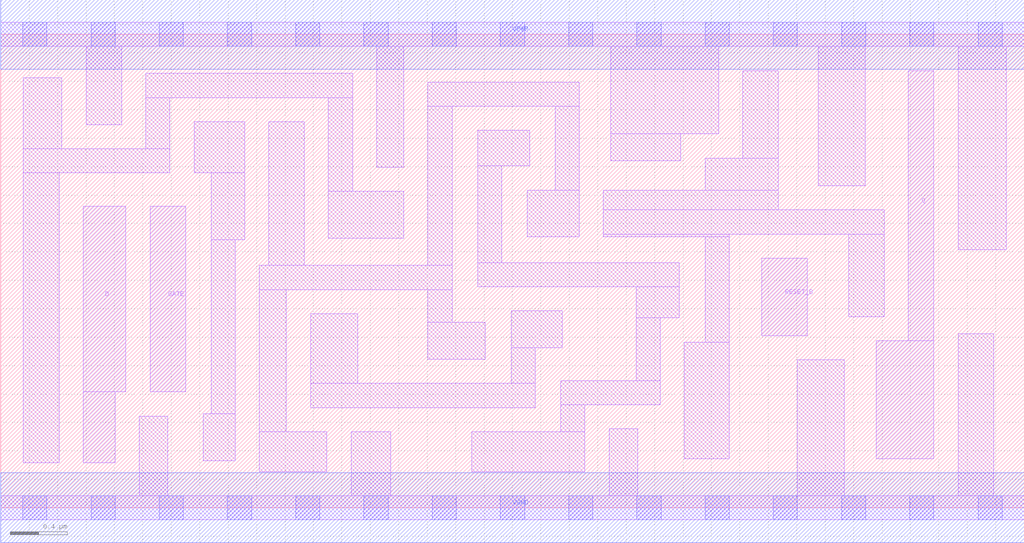
<source format=lef>
# Copyright 2020 The SkyWater PDK Authors
#
# Licensed under the Apache License, Version 2.0 (the "License");
# you may not use this file except in compliance with the License.
# You may obtain a copy of the License at
#
#     https://www.apache.org/licenses/LICENSE-2.0
#
# Unless required by applicable law or agreed to in writing, software
# distributed under the License is distributed on an "AS IS" BASIS,
# WITHOUT WARRANTIES OR CONDITIONS OF ANY KIND, either express or implied.
# See the License for the specific language governing permissions and
# limitations under the License.
#
# SPDX-License-Identifier: Apache-2.0

VERSION 5.7 ;
  NAMESCASESENSITIVE ON ;
  NOWIREEXTENSIONATPIN ON ;
  DIVIDERCHAR "/" ;
  BUSBITCHARS "[]" ;
UNITS
  DATABASE MICRONS 200 ;
END UNITS
MACRO sky130_fd_sc_lp__dlrtp_2
  CLASS CORE ;
  SOURCE USER ;
  FOREIGN sky130_fd_sc_lp__dlrtp_2 ;
  ORIGIN  0.000000  0.000000 ;
  SIZE  7.200000 BY  3.330000 ;
  SYMMETRY X Y R90 ;
  SITE unit ;
  PIN D
    ANTENNAGATEAREA  0.159000 ;
    DIRECTION INPUT ;
    USE SIGNAL ;
    PORT
      LAYER li1 ;
        RECT 0.580000 0.315000 0.805000 0.815000 ;
        RECT 0.580000 0.815000 0.880000 2.120000 ;
    END
  END D
  PIN Q
    ANTENNADIFFAREA  0.684600 ;
    DIRECTION OUTPUT ;
    USE SIGNAL ;
    PORT
      LAYER li1 ;
        RECT 6.160000 0.345000 6.565000 1.175000 ;
        RECT 6.385000 1.175000 6.565000 3.075000 ;
    END
  END Q
  PIN RESET_B
    ANTENNAGATEAREA  0.315000 ;
    DIRECTION INPUT ;
    USE SIGNAL ;
    PORT
      LAYER li1 ;
        RECT 5.355000 1.210000 5.675000 1.755000 ;
    END
  END RESET_B
  PIN GATE
    ANTENNAGATEAREA  0.159000 ;
    DIRECTION INPUT ;
    USE CLOCK ;
    PORT
      LAYER li1 ;
        RECT 1.050000 0.815000 1.300000 2.120000 ;
    END
  END GATE
  PIN VGND
    DIRECTION INOUT ;
    USE GROUND ;
    PORT
      LAYER met1 ;
        RECT 0.000000 -0.245000 7.200000 0.245000 ;
    END
  END VGND
  PIN VPWR
    DIRECTION INOUT ;
    USE POWER ;
    PORT
      LAYER met1 ;
        RECT 0.000000 3.085000 7.200000 3.575000 ;
    END
  END VPWR
  OBS
    LAYER li1 ;
      RECT 0.000000 -0.085000 7.200000 0.085000 ;
      RECT 0.000000  3.245000 7.200000 3.415000 ;
      RECT 0.160000  0.315000 0.410000 2.355000 ;
      RECT 0.160000  2.355000 1.190000 2.525000 ;
      RECT 0.160000  2.525000 0.430000 3.025000 ;
      RECT 0.600000  2.695000 0.850000 3.245000 ;
      RECT 0.975000  0.085000 1.175000 0.645000 ;
      RECT 1.020000  2.525000 1.190000 2.885000 ;
      RECT 1.020000  2.885000 2.475000 3.055000 ;
      RECT 1.360000  2.355000 1.715000 2.715000 ;
      RECT 1.425000  0.330000 1.650000 0.660000 ;
      RECT 1.480000  0.660000 1.650000 1.885000 ;
      RECT 1.480000  1.885000 1.715000 2.355000 ;
      RECT 1.820000  0.255000 2.295000 0.535000 ;
      RECT 1.820000  0.535000 2.010000 1.535000 ;
      RECT 1.820000  1.535000 3.175000 1.705000 ;
      RECT 1.885000  1.705000 2.135000 2.715000 ;
      RECT 2.180000  0.705000 3.760000 0.875000 ;
      RECT 2.180000  0.875000 2.510000 1.365000 ;
      RECT 2.305000  1.895000 2.835000 2.225000 ;
      RECT 2.305000  2.225000 2.475000 2.885000 ;
      RECT 2.465000  0.085000 2.745000 0.535000 ;
      RECT 2.645000  2.395000 2.835000 3.245000 ;
      RECT 3.005000  1.045000 3.410000 1.305000 ;
      RECT 3.005000  1.305000 3.175000 1.535000 ;
      RECT 3.005000  1.705000 3.175000 2.825000 ;
      RECT 3.005000  2.825000 4.070000 2.995000 ;
      RECT 3.315000  0.255000 4.110000 0.535000 ;
      RECT 3.355000  1.555000 4.775000 1.725000 ;
      RECT 3.355000  1.725000 3.525000 2.405000 ;
      RECT 3.355000  2.405000 3.720000 2.655000 ;
      RECT 3.590000  0.875000 3.760000 1.125000 ;
      RECT 3.590000  1.125000 3.950000 1.385000 ;
      RECT 3.705000  1.905000 4.070000 2.235000 ;
      RECT 3.900000  2.235000 4.070000 2.825000 ;
      RECT 3.940000  0.535000 4.110000 0.725000 ;
      RECT 3.940000  0.725000 4.640000 0.895000 ;
      RECT 4.240000  1.905000 5.125000 1.925000 ;
      RECT 4.240000  1.925000 6.215000 2.095000 ;
      RECT 4.240000  2.095000 5.470000 2.235000 ;
      RECT 4.280000  0.085000 4.480000 0.555000 ;
      RECT 4.290000  2.440000 4.785000 2.630000 ;
      RECT 4.290000  2.630000 5.050000 3.245000 ;
      RECT 4.470000  0.895000 4.640000 1.335000 ;
      RECT 4.470000  1.335000 4.775000 1.555000 ;
      RECT 4.810000  0.345000 5.125000 1.165000 ;
      RECT 4.955000  1.165000 5.125000 1.905000 ;
      RECT 4.955000  2.235000 5.470000 2.460000 ;
      RECT 5.220000  2.460000 5.470000 3.075000 ;
      RECT 5.605000  0.085000 5.935000 1.040000 ;
      RECT 5.750000  2.265000 6.080000 3.245000 ;
      RECT 5.965000  1.345000 6.215000 1.925000 ;
      RECT 6.735000  0.085000 6.985000 1.225000 ;
      RECT 6.735000  1.815000 7.075000 3.245000 ;
    LAYER mcon ;
      RECT 0.155000 -0.085000 0.325000 0.085000 ;
      RECT 0.155000  3.245000 0.325000 3.415000 ;
      RECT 0.635000 -0.085000 0.805000 0.085000 ;
      RECT 0.635000  3.245000 0.805000 3.415000 ;
      RECT 1.115000 -0.085000 1.285000 0.085000 ;
      RECT 1.115000  3.245000 1.285000 3.415000 ;
      RECT 1.595000 -0.085000 1.765000 0.085000 ;
      RECT 1.595000  3.245000 1.765000 3.415000 ;
      RECT 2.075000 -0.085000 2.245000 0.085000 ;
      RECT 2.075000  3.245000 2.245000 3.415000 ;
      RECT 2.555000 -0.085000 2.725000 0.085000 ;
      RECT 2.555000  3.245000 2.725000 3.415000 ;
      RECT 3.035000 -0.085000 3.205000 0.085000 ;
      RECT 3.035000  3.245000 3.205000 3.415000 ;
      RECT 3.515000 -0.085000 3.685000 0.085000 ;
      RECT 3.515000  3.245000 3.685000 3.415000 ;
      RECT 3.995000 -0.085000 4.165000 0.085000 ;
      RECT 3.995000  3.245000 4.165000 3.415000 ;
      RECT 4.475000 -0.085000 4.645000 0.085000 ;
      RECT 4.475000  3.245000 4.645000 3.415000 ;
      RECT 4.955000 -0.085000 5.125000 0.085000 ;
      RECT 4.955000  3.245000 5.125000 3.415000 ;
      RECT 5.435000 -0.085000 5.605000 0.085000 ;
      RECT 5.435000  3.245000 5.605000 3.415000 ;
      RECT 5.915000 -0.085000 6.085000 0.085000 ;
      RECT 5.915000  3.245000 6.085000 3.415000 ;
      RECT 6.395000 -0.085000 6.565000 0.085000 ;
      RECT 6.395000  3.245000 6.565000 3.415000 ;
      RECT 6.875000 -0.085000 7.045000 0.085000 ;
      RECT 6.875000  3.245000 7.045000 3.415000 ;
  END
END sky130_fd_sc_lp__dlrtp_2

</source>
